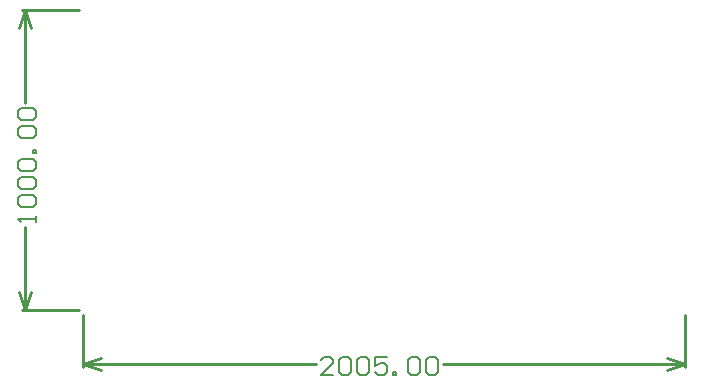
<source format=gm1>
G04 Layer_Color=16711935*
%FSLAX25Y25*%
%MOIN*%
G70*
G01*
G75*
%ADD21C,0.01000*%
%ADD55C,0.00600*%
D21*
X149500Y270000D02*
X168500D01*
X149500Y370000D02*
X168500D01*
X150500Y270000D02*
Y297806D01*
Y338994D02*
Y370000D01*
Y270000D02*
X152500Y276000D01*
X148500D02*
X150500Y270000D01*
X148500Y364000D02*
X150500Y370000D01*
X152500Y364000D01*
X170000Y251000D02*
Y268500D01*
X370500Y251000D02*
Y268500D01*
X170000Y252000D02*
X247556D01*
X289744D02*
X370500D01*
X170000D02*
X176000Y250000D01*
X170000Y252000D02*
X176000Y254000D01*
X364500D02*
X370500Y252000D01*
X364500Y250000D02*
X370500Y252000D01*
D55*
X154099Y299406D02*
Y301406D01*
Y300406D01*
X148101D01*
X149101Y299406D01*
Y304404D02*
X148101Y305404D01*
Y307403D01*
X149101Y308403D01*
X153099D01*
X154099Y307403D01*
Y305404D01*
X153099Y304404D01*
X149101D01*
Y310403D02*
X148101Y311402D01*
Y313402D01*
X149101Y314401D01*
X153099D01*
X154099Y313402D01*
Y311402D01*
X153099Y310403D01*
X149101D01*
Y316401D02*
X148101Y317400D01*
Y319400D01*
X149101Y320399D01*
X153099D01*
X154099Y319400D01*
Y317400D01*
X153099Y316401D01*
X149101D01*
X154099Y322399D02*
X153099D01*
Y323398D01*
X154099D01*
Y322399D01*
X149101Y327397D02*
X148101Y328397D01*
Y330396D01*
X149101Y331396D01*
X153099D01*
X154099Y330396D01*
Y328397D01*
X153099Y327397D01*
X149101D01*
Y333395D02*
X148101Y334395D01*
Y336394D01*
X149101Y337394D01*
X153099D01*
X154099Y336394D01*
Y334395D01*
X153099Y333395D01*
X149101D01*
X253155Y248401D02*
X249156D01*
X253155Y252400D01*
Y253399D01*
X252155Y254399D01*
X250156D01*
X249156Y253399D01*
X255154D02*
X256154Y254399D01*
X258153D01*
X259153Y253399D01*
Y249401D01*
X258153Y248401D01*
X256154D01*
X255154Y249401D01*
Y253399D01*
X261152D02*
X262152Y254399D01*
X264152D01*
X265151Y253399D01*
Y249401D01*
X264152Y248401D01*
X262152D01*
X261152Y249401D01*
Y253399D01*
X271149Y254399D02*
X267150D01*
Y251400D01*
X269150Y252400D01*
X270149D01*
X271149Y251400D01*
Y249401D01*
X270149Y248401D01*
X268150D01*
X267150Y249401D01*
X273148Y248401D02*
Y249401D01*
X274148D01*
Y248401D01*
X273148D01*
X278147Y253399D02*
X279147Y254399D01*
X281146D01*
X282146Y253399D01*
Y249401D01*
X281146Y248401D01*
X279147D01*
X278147Y249401D01*
Y253399D01*
X284145D02*
X285145Y254399D01*
X287144D01*
X288144Y253399D01*
Y249401D01*
X287144Y248401D01*
X285145D01*
X284145Y249401D01*
Y253399D01*
M02*

</source>
